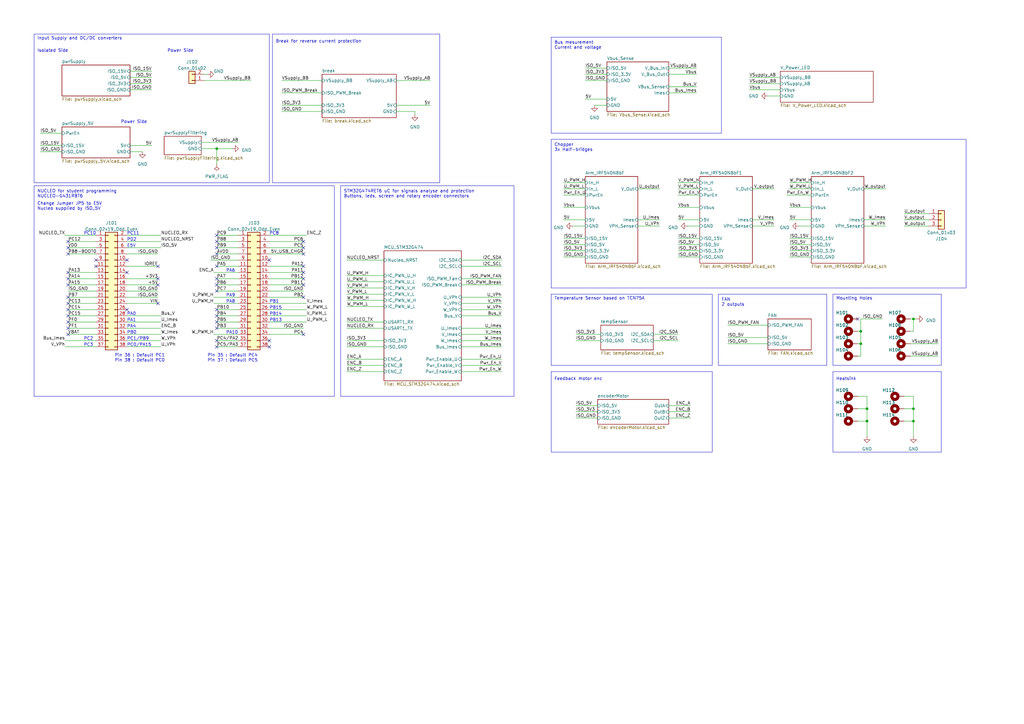
<source format=kicad_sch>
(kicad_sch (version 20230121) (generator eeschema)
  (paper "A3")
  (title_block (title "AAP Inverter") (date "2023-05-01") (company "ENSEA"))
  (lib_symbols
    (symbol "Connector_Generic:Conn_01x02" (pin_names (offset 1.016) hide)
      (property "Reference" "J" (at 0 2.54 0))
      (property "Value" "Conn_01x02" (at 0 -5.08 0))
      (symbol "Conn_01x02_1_1"
        (rectangle (start -1.27 -2.413) (end 0 -2.667) (stroke (width 0.1524)))
        (rectangle (start -1.27 0.127) (end 0 -0.127) (stroke (width 0.1524)))
        (rectangle (start -1.27 1.27) (end 1.27 -3.81) (stroke (width 0.254)) (fill (type background)))
        (pin passive line (at -5.08 0 0) (length 3.81) (name "Pin_1") (number "1"))
        (pin passive line (at -5.08 -2.54 0) (length 3.81) (name "Pin_2") (number "2"))
      )
    )
    (symbol "Connector_Generic:Conn_01x03" (pin_names (offset 1.016) hide)
      (property "Reference" "J" (at 0 5.08 0))
      (property "Value" "Conn_01x03" (at 0 -5.08 0))
      (symbol "Conn_01x03_1_1"
        (rectangle (start -1.27 -2.413) (end 0 -2.667) (stroke (width 0.1524)))
        (rectangle (start -1.27 0.127) (end 0 -0.127) (stroke (width 0.1524)))
        (rectangle (start -1.27 2.667) (end 0 2.413) (stroke (width 0.1524)))
        (rectangle (start -1.27 3.81) (end 1.27 -3.81) (stroke (width 0.254)) (fill (type background)))
        (pin passive line (at -5.08 2.54 0) (length 3.81) (name "Pin_1") (number "1"))
        (pin passive line (at -5.08 0 0) (length 3.81) (name "Pin_2") (number "2"))
        (pin passive line (at -5.08 -2.54 0) (length 3.81) (name "Pin_3") (number "3"))
      )
    )
    (symbol "Connector_Generic:Conn_02x19_Odd_Even" (pin_names (offset 1.016) hide)
      (property "Reference" "J" (at 1.27 25.4 0))
      (property "Value" "Conn_02x19_Odd_Even" (at 1.27 -25.4 0))
      (symbol "Conn_02x19_Odd_Even_1_1"
        (rectangle (start -1.27 -22.733) (end 0 -22.987) (stroke (width 0.1524)))
        (rectangle (start -1.27 -20.193) (end 0 -20.447) (stroke (width 0.1524)))
        (rectangle (start -1.27 -17.653) (end 0 -17.907) (stroke (width 0.1524)))
        (rectangle (start -1.27 -15.113) (end 0 -15.367) (stroke (width 0.1524)))
        (rectangle (start -1.27 -12.573) (end 0 -12.827) (stroke (width 0.1524)))
        (rectangle (start -1.27 -10.033) (end 0 -10.287) (stroke (width 0.1524)))
        (rectangle (start -1.27 -7.493) (end 0 -7.747) (stroke (width 0.1524)))
        (rectangle (start -1.27 -4.953) (end 0 -5.207) (stroke (width 0.1524)))
        (rectangle (start -1.27 -2.413) (end 0 -2.667) (stroke (width 0.1524)))
        (rectangle (start -1.27 0.127) (end 0 -0.127) (stroke (width 0.1524)))
        (rectangle (start -1.27 2.667) (end 0 2.413) (stroke (width 0.1524)))
        (rectangle (start -1.27 5.207) (end 0 4.953) (stroke (width 0.1524)))
        (rectangle (start -1.27 7.747) (end 0 7.493) (stroke (width 0.1524)))
        (rectangle (start -1.27 10.287) (end 0 10.033) (stroke (width 0.1524)))
        (rectangle (start -1.27 12.827) (end 0 12.573) (stroke (width 0.1524)))
        (rectangle (start -1.27 15.367) (end 0 15.113) (stroke (width 0.1524)))
        (rectangle (start -1.27 17.907) (end 0 17.653) (stroke (width 0.1524)))
        (rectangle (start -1.27 20.447) (end 0 20.193) (stroke (width 0.1524)))
        (rectangle (start -1.27 22.987) (end 0 22.733) (stroke (width 0.1524)))
        (rectangle (start -1.27 24.13) (end 3.81 -24.13) (stroke (width 0.254)) (fill (type background)))
        (rectangle (start 3.81 -22.733) (end 2.54 -22.987) (stroke (width 0.1524)))
        (rectangle (start 3.81 -20.193) (end 2.54 -20.447) (stroke (width 0.1524)))
        (rectangle (start 3.81 -17.653) (end 2.54 -17.907) (stroke (width 0.1524)))
        (rectangle (start 3.81 -15.113) (end 2.54 -15.367) (stroke (width 0.1524)))
        (rectangle (start 3.81 -12.573) (end 2.54 -12.827) (stroke (width 0.1524)))
        (rectangle (start 3.81 -10.033) (end 2.54 -10.287) (stroke (width 0.1524)))
        (rectangle (start 3.81 -7.493) (end 2.54 -7.747) (stroke (width 0.1524)))
        (rectangle (start 3.81 -4.953) (end 2.54 -5.207) (stroke (width 0.1524)))
        (rectangle (start 3.81 -2.413) (end 2.54 -2.667) (stroke (width 0.1524)))
        (rectangle (start 3.81 0.127) (end 2.54 -0.127) (stroke (width 0.1524)))
        (rectangle (start 3.81 2.667) (end 2.54 2.413) (stroke (width 0.1524)))
        (rectangle (start 3.81 5.207) (end 2.54 4.953) (stroke (width 0.1524)))
        (rectangle (start 3.81 7.747) (end 2.54 7.493) (stroke (width 0.1524)))
        (rectangle (start 3.81 10.287) (end 2.54 10.033) (stroke (width 0.1524)))
        (rectangle (start 3.81 12.827) (end 2.54 12.573) (stroke (width 0.1524)))
        (rectangle (start 3.81 15.367) (end 2.54 15.113) (stroke (width 0.1524)))
        (rectangle (start 3.81 17.907) (end 2.54 17.653) (stroke (width 0.1524)))
        (rectangle (start 3.81 20.447) (end 2.54 20.193) (stroke (width 0.1524)))
        (rectangle (start 3.81 22.987) (end 2.54 22.733) (stroke (width 0.1524)))
        (pin passive line (at -5.08 22.86 0) (length 3.81) (name "Pin_1") (number "1"))
        (pin passive line (at 7.62 12.7 180) (length 3.81) (name "Pin_10") (number "10"))
        (pin passive line (at -5.08 10.16 0) (length 3.81) (name "Pin_11") (number "11"))
        (pin passive line (at 7.62 10.16 180) (length 3.81) (name "Pin_12") (number "12"))
        (pin passive line (at -5.08 7.62 0) (length 3.81) (name "Pin_13") (number "13"))
        (pin passive line (at 7.62 7.62 180) (length 3.81) (name "Pin_14") (number "14"))
        (pin passive line (at -5.08 5.08 0) (length 3.81) (name "Pin_15") (number "15"))
        (pin passive line (at 7.62 5.08 180) (length 3.81) (name "Pin_16") (number "16"))
        (pin passive line (at -5.08 2.54 0) (length 3.81) (name "Pin_17") (number "17"))
        (pin passive line (at 7.62 2.54 180) (length 3.81) (name "Pin_18") (number "18"))
        (pin passive line (at -5.08 0 0) (length 3.81) (name "Pin_19") (number "19"))
        (pin passive line (at 7.62 22.86 180) (length 3.81) (name "Pin_2") (number "2"))
        (pin passive line (at 7.62 0 180) (length 3.81) (name "Pin_20") (number "20"))
        (pin passive line (at -5.08 -2.54 0) (length 3.81) (name "Pin_21") (number "21"))
        (pin passive line (at 7.62 -2.54 180) (length 3.81) (name "Pin_22") (number "22"))
        (pin passive line (at -5.08 -5.08 0) (length 3.81) (name "Pin_23") (number "23"))
        (pin passive line (at 7.62 -5.08 180) (length 3.81) (name "Pin_24") (number "24"))
        (pin passive line (at -5.08 -7.62 0) (length 3.81) (name "Pin_25") (number "25"))
        (pin passive line (at 7.62 -7.62 180) (length 3.81) (name "Pin_26") (number "26"))
        (pin passive line (at -5.08 -10.16 0) (length 3.81) (name "Pin_27") (number "27"))
        (pin passive line (at 7.62 -10.16 180) (length 3.81) (name "Pin_28") (number "28"))
        (pin passive line (at -5.08 -12.7 0) (length 3.81) (name "Pin_29") (number "29"))
        (pin passive line (at -5.08 20.32 0) (length 3.81) (name "Pin_3") (number "3"))
        (pin passive line (at 7.62 -12.7 180) (length 3.81) (name "Pin_30") (number "30"))
        (pin passive line (at -5.08 -15.24 0) (length 3.81) (name "Pin_31") (number "31"))
        (pin passive line (at 7.62 -15.24 180) (length 3.81) (name "Pin_32") (number "32"))
        (pin passive line (at -5.08 -17.78 0) (length 3.81) (name "Pin_33") (number "33"))
        (pin passive line (at 7.62 -17.78 180) (length 3.81) (name "Pin_34") (number "34"))
        (pin passive line (at -5.08 -20.32 0) (length 3.81) (name "Pin_35") (number "35"))
        (pin passive line (at 7.62 -20.32 180) (length 3.81) (name "Pin_36") (number "36"))
        (pin passive line (at -5.08 -22.86 0) (length 3.81) (name "Pin_37") (number "37"))
        (pin passive line (at 7.62 -22.86 180) (length 3.81) (name "Pin_38") (number "38"))
        (pin passive line (at 7.62 20.32 180) (length 3.81) (name "Pin_4") (number "4"))
        (pin passive line (at -5.08 17.78 0) (length 3.81) (name "Pin_5") (number "5"))
        (pin passive line (at 7.62 17.78 180) (length 3.81) (name "Pin_6") (number "6"))
        (pin passive line (at -5.08 15.24 0) (length 3.81) (name "Pin_7") (number "7"))
        (pin passive line (at 7.62 15.24 180) (length 3.81) (name "Pin_8") (number "8"))
        (pin passive line (at -5.08 12.7 0) (length 3.81) (name "Pin_9") (number "9"))
      )
    )
    (symbol "Mechanical:MountingHole_Pad" (pin_numbers hide) (pin_names (offset 1.016) hide)
      (property "Reference" "H" (at 0 6.35 0))
      (property "Value" "MountingHole_Pad" (at 0 4.445 0))
      (symbol "MountingHole_Pad_0_1"
        (circle (center 0 1.27) (radius 1.27) (stroke (width 1.27)))
      )
      (symbol "MountingHole_Pad_1_1"
        (pin input line (at 0 -2.54 90) (length 2.54) (name "1") (number "1"))
      )
    )
    (symbol "power:GND" (power) (pin_names (offset 0))
      (property "Value" "GND" (at 0 -3.81 0))
      (symbol "GND_0_1"
        (polyline (pts (xy 0 0) (xy 0 -1.27) (xy 1.27 -1.27) (xy 0 -2.54) (xy -1.27 -1.27) (xy 0 -1.27)))
      )
      (symbol "GND_1_1"
        (pin power_in line (at 0 0 270) (length 0) hide (name "GND") (number "1"))
      )
    )
    (symbol "power:PWR_FLAG" (power) (pin_numbers hide) (pin_names (offset 0) hide)
      (property "Value" "PWR_FLAG" (at 0 3.81 0))
      (symbol "PWR_FLAG_0_0"
        (pin power_out line (at 0 0 90) (length 0) (name "pwr") (number "1"))
      )
      (symbol "PWR_FLAG_0_1"
        (polyline (pts (xy 0 0) (xy 0 1.27) (xy -1.016 1.905) (xy 0 2.54) (xy 1.016 1.905) (xy 0 1.27)))
      )
    )
  )
  (junction (at 374.65 167.64))
  (junction (at 374.65 130.81))
  (junction (at 374.65 172.72))
  (junction (at 355.6 172.72))
  (junction (at 353.06 140.97))
  (junction (at 355.6 167.64))
  (junction (at 353.06 135.89))
  (junction (at 88.9 60.96))
  (no_connect (at 27.94 104.14))
  (no_connect (at 52.07 127))
  (no_connect (at 124.46 99.06))
  (no_connect (at 124.46 114.3))
  (no_connect (at 88.9 134.62))
  (no_connect (at 351.79 130.81))
  (no_connect (at 88.9 96.52))
  (no_connect (at 88.9 132.08))
  (no_connect (at 110.49 142.24))
  (no_connect (at 88.9 129.54))
  (no_connect (at 124.46 109.22))
  (no_connect (at 64.77 124.46))
  (no_connect (at 39.37 106.68))
  (no_connect (at 64.77 109.22))
  (no_connect (at 124.46 101.6))
  (no_connect (at 124.46 121.92))
  (no_connect (at 88.9 104.14))
  (no_connect (at 52.07 111.76))
  (no_connect (at 39.37 109.22))
  (no_connect (at 27.94 124.46))
  (no_connect (at 124.46 116.84))
  (no_connect (at 64.77 114.3))
  (no_connect (at 124.46 111.76))
  (no_connect (at 88.9 139.7))
  (no_connect (at 88.9 114.3))
  (no_connect (at 27.94 132.08))
  (no_connect (at 27.94 99.06))
  (no_connect (at 27.94 101.6))
  (no_connect (at 110.49 106.68))
  (no_connect (at 88.9 99.06))
  (no_connect (at 88.9 101.6))
  (no_connect (at 27.94 134.62))
  (no_connect (at 27.94 137.16))
  (no_connect (at 27.94 127))
  (no_connect (at 27.94 129.54))
  (no_connect (at 88.9 116.84))
  (no_connect (at 88.9 127))
  (no_connect (at 124.46 104.14))
  (no_connect (at 88.9 109.22))
  (no_connect (at 52.07 106.68))
  (no_connect (at 110.49 139.7))
  (no_connect (at 27.94 116.84))
  (no_connect (at 64.77 116.84))
  (no_connect (at 27.94 114.3))
  (no_connect (at 88.9 142.24))
  (no_connect (at 124.46 137.16))
  (no_connect (at 27.94 121.92))
  (no_connect (at 88.9 119.38))
  (no_connect (at 27.94 111.76))
  (wire (pts (xy 110.49 104.14) (xy 124.46 104.14)))
  (wire (pts (xy 236.22 139.7) (xy 246.38 139.7)))
  (wire (pts (xy 88.9 134.62) (xy 97.79 134.62)))
  (wire (pts (xy 110.49 119.38) (xy 124.46 119.38)))
  (wire (pts (xy 110.49 124.46) (xy 125.73 124.46)))
  (wire (pts (xy 267.97 137.16) (xy 278.13 137.16)))
  (wire (pts (xy 278.13 105.41) (xy 287.02 105.41)))
  (wire (pts (xy 110.49 121.92) (xy 124.46 121.92)))
  (wire (pts (xy 52.07 121.92) (xy 64.77 121.92)))
  (wire (pts (xy 298.45 138.43) (xy 314.96 138.43)))
  (wire (pts (xy 83.82 33.02) (xy 102.87 33.02)))
  (wire (pts (xy 189.23 116.84) (xy 205.74 116.84)))
  (wire (pts (xy 87.63 124.46) (xy 97.79 124.46)))
  (wire (pts (xy 278.13 100.33) (xy 287.02 100.33)))
  (wire (pts (xy 39.37 129.54) (xy 27.94 129.54)))
  (wire (pts (xy 39.37 127) (xy 27.94 127)))
  (wire (pts (xy 189.23 114.3) (xy 205.74 114.3)))
  (wire (pts (xy 374.65 162.56) (xy 370.84 162.56)))
  (wire (pts (xy 351.79 167.64) (xy 355.6 167.64)))
  (wire (pts (xy 307.34 34.29) (xy 320.04 34.29)))
  (wire (pts (xy 298.45 140.97) (xy 314.96 140.97)))
  (wire (pts (xy 110.49 101.6) (xy 124.46 101.6)))
  (wire (pts (xy 231.14 105.41) (xy 240.03 105.41)))
  (wire (pts (xy 278.13 74.93) (xy 287.02 74.93)))
  (wire (pts (xy 110.49 132.08) (xy 125.73 132.08)))
  (wire (pts (xy 314.96 39.37) (xy 320.04 39.37)))
  (wire (pts (xy 351.79 140.97) (xy 353.06 140.97)))
  (wire (pts (xy 52.07 137.16) (xy 66.04 137.16)))
  (wire (pts (xy 142.24 132.08) (xy 157.48 132.08)))
  (wire (pts (xy 384.81 140.97) (xy 373.38 140.97)))
  (wire (pts (xy 189.23 149.86) (xy 205.74 149.86)))
  (wire (pts (xy 236.22 137.16) (xy 246.38 137.16)))
  (wire (pts (xy 323.85 102.87) (xy 332.74 102.87)))
  (wire (pts (xy 142.24 152.4) (xy 157.48 152.4)))
  (wire (pts (xy 351.79 135.89) (xy 353.06 135.89)))
  (wire (pts (xy 52.07 116.84) (xy 64.77 116.84)))
  (wire (pts (xy 248.92 33.02) (xy 240.03 33.02)))
  (wire (pts (xy 231.14 100.33) (xy 240.03 100.33)))
  (wire (pts (xy 88.9 119.38) (xy 97.79 119.38)))
  (wire (pts (xy 248.92 27.94) (xy 240.03 27.94)))
  (wire (pts (xy 88.9 104.14) (xy 97.79 104.14)))
  (wire (pts (xy 82.55 58.42) (xy 97.79 58.42)))
  (wire (pts (xy 248.92 43.18) (xy 243.84 43.18)))
  (wire (pts (xy 370.84 167.64) (xy 374.65 167.64)))
  (wire (pts (xy 39.37 99.06) (xy 27.94 99.06)))
  (wire (pts (xy 236.22 166.37) (xy 245.11 166.37)))
  (wire (pts (xy 236.22 168.91) (xy 245.11 168.91)))
  (wire (pts (xy 88.9 116.84) (xy 97.79 116.84)))
  (wire (pts (xy 374.65 130.81) (xy 375.92 130.81)))
  (wire (pts (xy 278.13 90.17) (xy 287.02 90.17)))
  (wire (pts (xy 370.84 90.17) (xy 381 90.17)))
  (wire (pts (xy 176.53 33.02) (xy 162.56 33.02)))
  (wire (pts (xy 240.03 30.48) (xy 248.92 30.48)))
  (wire (pts (xy 231.14 85.09) (xy 240.03 85.09)))
  (wire (pts (xy 142.24 113.03) (xy 157.48 113.03)))
  (wire (pts (xy 308.61 77.47) (xy 317.5 77.47)))
  (wire (pts (xy 278.13 102.87) (xy 287.02 102.87)))
  (wire (pts (xy 274.32 171.45) (xy 283.21 171.45)))
  (wire (pts (xy 323.85 100.33) (xy 332.74 100.33)))
  (wire (pts (xy 52.07 114.3) (xy 64.77 114.3)))
  (wire (pts (xy 248.92 40.64) (xy 240.03 40.64)))
  (wire (pts (xy 142.24 147.32) (xy 157.48 147.32)))
  (wire (pts (xy 26.67 139.7) (xy 39.37 139.7)))
  (wire (pts (xy 189.23 129.54) (xy 205.74 129.54)))
  (wire (pts (xy 110.49 116.84) (xy 124.46 116.84)))
  (wire (pts (xy 261.62 77.47) (xy 270.51 77.47)))
  (wire (pts (xy 52.07 99.06) (xy 66.04 99.06)))
  (wire (pts (xy 115.57 43.18) (xy 132.08 43.18)))
  (wire (pts (xy 274.32 166.37) (xy 283.21 166.37)))
  (wire (pts (xy 110.49 109.22) (xy 124.46 109.22)))
  (wire (pts (xy 274.32 30.48) (xy 285.75 30.48)))
  (wire (pts (xy 308.61 90.17) (xy 317.5 90.17)))
  (wire (pts (xy 88.9 132.08) (xy 97.79 132.08)))
  (wire (pts (xy 27.94 114.3) (xy 39.37 114.3)))
  (wire (pts (xy 323.85 85.09) (xy 332.74 85.09)))
  (wire (pts (xy 307.34 36.83) (xy 320.04 36.83)))
  (wire (pts (xy 142.24 125.73) (xy 157.48 125.73)))
  (wire (pts (xy 86.36 106.68) (xy 97.79 106.68)))
  (wire (pts (xy 16.51 62.23) (xy 25.4 62.23)))
  (wire (pts (xy 88.9 129.54) (xy 97.79 129.54)))
  (wire (pts (xy 110.49 134.62) (xy 124.46 134.62)))
  (wire (pts (xy 323.85 74.93) (xy 332.74 74.93)))
  (wire (pts (xy 52.07 104.14) (xy 64.77 104.14)))
  (wire (pts (xy 323.85 77.47) (xy 332.74 77.47)))
  (wire (pts (xy 110.49 114.3) (xy 124.46 114.3)))
  (wire (pts (xy 274.32 38.1) (xy 285.75 38.1)))
  (wire (pts (xy 142.24 123.19) (xy 157.48 123.19)))
  (wire (pts (xy 236.22 171.45) (xy 245.11 171.45)))
  (wire (pts (xy 274.32 27.94) (xy 285.75 27.94)))
  (wire (pts (xy 322.58 80.01) (xy 332.74 80.01)))
  (wire (pts (xy 231.14 74.93) (xy 240.03 74.93)))
  (wire (pts (xy 354.33 77.47) (xy 363.22 77.47)))
  (wire (pts (xy 189.23 137.16) (xy 205.74 137.16)))
  (wire (pts (xy 231.14 90.17) (xy 240.03 90.17)))
  (wire (pts (xy 234.95 92.71) (xy 240.03 92.71)))
  (wire (pts (xy 384.81 146.05) (xy 373.38 146.05)))
  (wire (pts (xy 52.07 134.62) (xy 66.04 134.62)))
  (wire (pts (xy 353.06 130.81) (xy 361.95 130.81)))
  (wire (pts (xy 374.65 172.72) (xy 374.65 167.64)))
  (wire (pts (xy 39.37 116.84) (xy 27.94 116.84)))
  (wire (pts (xy 323.85 97.79) (xy 332.74 97.79)))
  (wire (pts (xy 231.14 77.47) (xy 240.03 77.47)))
  (wire (pts (xy 170.18 45.72) (xy 170.18 46.99)))
  (wire (pts (xy 39.37 101.6) (xy 27.94 101.6)))
  (wire (pts (xy 88.9 60.96) (xy 95.25 60.96)))
  (wire (pts (xy 370.84 92.71) (xy 381 92.71)))
  (wire (pts (xy 87.63 111.76) (xy 97.79 111.76)))
  (wire (pts (xy 189.23 106.68) (xy 205.74 106.68)))
  (wire (pts (xy 261.62 90.17) (xy 270.51 90.17)))
  (wire (pts (xy 274.32 168.91) (xy 283.21 168.91)))
  (wire (pts (xy 308.61 92.71) (xy 317.5 92.71)))
  (wire (pts (xy 88.9 127) (xy 97.79 127)))
  (wire (pts (xy 278.13 85.09) (xy 287.02 85.09)))
  (wire (pts (xy 162.56 45.72) (xy 170.18 45.72)))
  (wire (pts (xy 88.9 142.24) (xy 97.79 142.24)))
  (wire (pts (xy 110.49 99.06) (xy 124.46 99.06)))
  (wire (pts (xy 323.85 105.41) (xy 332.74 105.41)))
  (wire (pts (xy 278.13 80.01) (xy 287.02 80.01)))
  (wire (pts (xy 189.23 152.4) (xy 205.74 152.4)))
  (wire (pts (xy 323.85 90.17) (xy 332.74 90.17)))
  (wire (pts (xy 189.23 134.62) (xy 205.74 134.62)))
  (wire (pts (xy 162.56 43.18) (xy 176.53 43.18)))
  (wire (pts (xy 52.07 132.08) (xy 66.04 132.08)))
  (wire (pts (xy 374.65 179.07) (xy 374.65 172.72)))
  (wire (pts (xy 87.63 137.16) (xy 97.79 137.16)))
  (wire (pts (xy 261.62 92.71) (xy 270.51 92.71)))
  (wire (pts (xy 189.23 121.92) (xy 205.74 121.92)))
  (wire (pts (xy 189.23 124.46) (xy 205.74 124.46)))
  (wire (pts (xy 52.07 142.24) (xy 66.04 142.24)))
  (wire (pts (xy 267.97 139.7) (xy 278.13 139.7)))
  (wire (pts (xy 39.37 119.38) (xy 27.94 119.38)))
  (wire (pts (xy 88.9 96.52) (xy 97.79 96.52)))
  (wire (pts (xy 110.49 127) (xy 125.73 127)))
  (wire (pts (xy 307.34 31.75) (xy 320.04 31.75)))
  (wire (pts (xy 373.38 135.89) (xy 374.65 135.89)))
  (wire (pts (xy 142.24 134.62) (xy 157.48 134.62)))
  (wire (pts (xy 370.84 172.72) (xy 374.65 172.72)))
  (wire (pts (xy 353.06 130.81) (xy 353.06 135.89)))
  (wire (pts (xy 355.6 172.72) (xy 355.6 167.64)))
  (wire (pts (xy 26.67 142.24) (xy 39.37 142.24)))
  (wire (pts (xy 355.6 179.07) (xy 355.6 172.72)))
  (wire (pts (xy 53.34 62.23) (xy 58.42 62.23)))
  (wire (pts (xy 189.23 142.24) (xy 205.74 142.24)))
  (wire (pts (xy 278.13 77.47) (xy 287.02 77.47)))
  (wire (pts (xy 354.33 90.17) (xy 363.22 90.17)))
  (wire (pts (xy 39.37 132.08) (xy 27.94 132.08)))
  (wire (pts (xy 142.24 106.68) (xy 157.48 106.68)))
  (wire (pts (xy 88.9 67.31) (xy 88.9 60.96)))
  (wire (pts (xy 189.23 127) (xy 205.74 127)))
  (wire (pts (xy 281.94 92.71) (xy 287.02 92.71)))
  (wire (pts (xy 16.51 59.69) (xy 25.4 59.69)))
  (wire (pts (xy 52.07 129.54) (xy 66.04 129.54)))
  (wire (pts (xy 110.49 129.54) (xy 125.73 129.54)))
  (wire (pts (xy 142.24 149.86) (xy 157.48 149.86)))
  (wire (pts (xy 52.07 101.6) (xy 66.04 101.6)))
  (wire (pts (xy 373.38 130.81) (xy 374.65 130.81)))
  (wire (pts (xy 39.37 111.76) (xy 27.94 111.76)))
  (wire (pts (xy 274.32 35.56) (xy 285.75 35.56)))
  (wire (pts (xy 39.37 121.92) (xy 27.94 121.92)))
  (wire (pts (xy 115.57 38.1) (xy 132.08 38.1)))
  (wire (pts (xy 189.23 109.22) (xy 205.74 109.22)))
  (wire (pts (xy 231.14 80.01) (xy 240.03 80.01)))
  (wire (pts (xy 88.9 101.6) (xy 97.79 101.6)))
  (wire (pts (xy 374.65 167.64) (xy 374.65 162.56)))
  (wire (pts (xy 52.07 119.38) (xy 64.77 119.38)))
  (wire (pts (xy 142.24 115.57) (xy 157.48 115.57)))
  (wire (pts (xy 52.07 109.22) (xy 64.77 109.22)))
  (wire (pts (xy 115.57 33.02) (xy 132.08 33.02)))
  (wire (pts (xy 110.49 96.52) (xy 125.73 96.52)))
  (wire (pts (xy 355.6 167.64) (xy 355.6 162.56)))
  (wire (pts (xy 298.45 133.35) (xy 314.96 133.35)))
  (wire (pts (xy 231.14 102.87) (xy 240.03 102.87)))
  (wire (pts (xy 142.24 139.7) (xy 157.48 139.7)))
  (wire (pts (xy 88.9 109.22) (xy 97.79 109.22)))
  (wire (pts (xy 39.37 124.46) (xy 27.94 124.46)))
  (wire (pts (xy 53.34 34.29) (xy 62.23 34.29)))
  (wire (pts (xy 27.94 104.14) (xy 39.37 104.14)))
  (wire (pts (xy 39.37 137.16) (xy 27.94 137.16)))
  (wire (pts (xy 53.34 36.83) (xy 62.23 36.83)))
  (wire (pts (xy 16.51 54.61) (xy 25.4 54.61)))
  (wire (pts (xy 370.84 87.63) (xy 381 87.63)))
  (wire (pts (xy 142.24 142.24) (xy 157.48 142.24)))
  (wire (pts (xy 26.67 96.52) (xy 39.37 96.52)))
  (wire (pts (xy 231.14 97.79) (xy 240.03 97.79)))
  (wire (pts (xy 53.34 59.69) (xy 62.23 59.69)))
  (wire (pts (xy 142.24 118.11) (xy 157.48 118.11)))
  (wire (pts (xy 52.07 124.46) (xy 64.77 124.46)))
  (wire (pts (xy 88.9 114.3) (xy 97.79 114.3)))
  (wire (pts (xy 189.23 147.32) (xy 205.74 147.32)))
  (wire (pts (xy 87.63 121.92) (xy 97.79 121.92)))
  (wire (pts (xy 115.57 45.72) (xy 132.08 45.72)))
  (wire (pts (xy 110.49 137.16) (xy 124.46 137.16)))
  (wire (pts (xy 278.13 97.79) (xy 287.02 97.79)))
  (wire (pts (xy 52.07 139.7) (xy 66.04 139.7)))
  (wire (pts (xy 353.06 140.97) (xy 353.06 146.05)))
  (wire (pts (xy 110.49 111.76) (xy 124.46 111.76)))
  (wire (pts (xy 88.9 139.7) (xy 97.79 139.7)))
  (wire (pts (xy 374.65 130.81) (xy 374.65 135.89)))
  (wire (pts (xy 39.37 134.62) (xy 27.94 134.62)))
  (wire (pts (xy 351.79 172.72) (xy 355.6 172.72)))
  (wire (pts (xy 53.34 29.21) (xy 62.23 29.21)))
  (wire (pts (xy 351.79 146.05) (xy 353.06 146.05)))
  (wire (pts (xy 355.6 162.56) (xy 351.79 162.56)))
  (wire (pts (xy 353.06 135.89) (xy 353.06 140.97)))
  (wire (pts (xy 88.9 99.06) (xy 97.79 99.06)))
  (wire (pts (xy 189.23 139.7) (xy 205.74 139.7)))
  (wire (pts (xy 327.66 92.71) (xy 332.74 92.71)))
  (wire (pts (xy 53.34 31.75) (xy 62.23 31.75)))
  (wire (pts (xy 354.33 92.71) (xy 363.22 92.71)))
  (wire (pts (xy 142.24 120.65) (xy 157.48 120.65)))
  (wire (pts (xy 83.82 30.48) (xy 85.09 30.48)))
  (wire (pts (xy 52.07 96.52) (xy 66.04 96.52)))
  (wire (pts (xy 82.55 60.96) (xy 88.9 60.96)))
  (rectangle (start 226.06 57.15) (end 396.24 118.11))
  (rectangle (start 13.97 13.97) (end 110.49 74.93))
  (rectangle (start 226.06 15.24) (end 295.91 54.61))
  (rectangle (start 139.7 76.2) (end 210.82 162.56))
  (rectangle (start 341.63 120.65) (end 386.08 149.86))
  (rectangle (start 294.64 120.65) (end 339.09 149.86))
  (rectangle (start 13.97 76.2) (end 137.16 162.56))
  (rectangle (start 226.06 152.4) (end 292.1 185.42))
  (rectangle (start 341.63 152.4) (end 386.08 185.42))
  (rectangle (start 226.06 120.65) (end 292.1 149.86))
  (rectangle (start 111.76 13.97) (end 180.34 74.93))
  (text "PB14" (at 110.49 129.54 0) (effects (font (size 1.27 1.27)) (justify left bottom)))
  (text "PC10" (at 34.29 96.52 0) (effects (font (size 1.27 1.27)) (justify left bottom)))
  (text "Input Supply and DC/DC converters" (at 15.24 16.51 0) (effects (font (size 1.27 1.27)) (justify left bottom)))
  (text "Temperature Sensor based on TCN75A" (at 227.33 123.19 0) (effects (font (size 1.27 1.27)) (justify left bottom)))
  (text "PC3" (at 34.29 142.24 0) (effects (font (size 1.27 1.27)) (justify left bottom)))
  (text "PA8" (at 92.71 124.46 0) (effects (font (size 1.27 1.27)) (justify left bottom)))
  (text "Mounting Holes" (at 342.9 123.19 0) (effects (font (size 1.27 1.27)) (justify left bottom)))
  (text "PA4" (at 52.07 134.62 0) (effects (font (size 1.27 1.27)) (justify left bottom)))
  (text "NUCLEO for student programming\nNUCLEO-G431RBT6" (at 15.24 81.28 0) (effects (font (size 1.27 1.27)) (justify left bottom)))
  (text "Pin 35 : Default PC4\nPin 37 : Default PC5" (at 85.09 148.59 0) (effects (font (size 1.27 1.27)) (justify left bottom)))
  (text "PA10" (at 92.71 137.16 0) (effects (font (size 1.27 1.27)) (justify left bottom)))
  (text "STM32G474RET6 uC for signals analyse and protection\nButtons, leds, screen and rotary encoder connectors" (at 140.97 81.28 0) (effects (font (size 1.27 1.27)) (justify left bottom)))
  (text "Heatsink" (at 342.9 156.21 0) (effects (font (size 1.27 1.27)) (justify left bottom)))
  (text "Break for reverse current protection" (at 113.03 17.78 0) (effects (font (size 1.27 1.27)) (justify left bottom)))
  (text "PB13\n" (at 110.49 132.08 0) (effects (font (size 1.27 1.27)) (justify left bottom)))
  (text "Chopper \n3x Half-bridges" (at 227.33 62.23 0) (effects (font (size 1.27 1.27)) (justify left bottom)))
  (text "PA0" (at 52.07 129.54 0) (effects (font (size 1.27 1.27)) (justify left bottom)))
  (text "PC0/PA15" (at 52.07 142.24 0) (effects (font (size 1.27 1.27)) (justify left bottom)))
  (text "PD2" (at 52.07 99.06 0) (effects (font (size 1.27 1.27)) (justify left bottom)))
  (text "E5V" (at 52.07 101.6 0) (effects (font (size 1.27 1.27)) (justify left bottom)))
  (text "PB0" (at 52.07 137.16 0) (effects (font (size 1.27 1.27)) (justify left bottom)))
  (text "PA9" (at 92.71 121.92 0) (effects (font (size 1.27 1.27)) (justify left bottom)))
  (text "Power Side\n" (at 49.53 50.8 0) (effects (font (size 1.27 1.27)) (justify left bottom)))
  (text "Feedback motor enc" (at 227.33 156.21 0) (effects (font (size 1.27 1.27)) (justify left bottom)))
  (text "Isolated Side\n" (at 15.24 21.59 0) (effects (font (size 1.27 1.27)) (justify left bottom)))
  (text "PA6" (at 92.71 111.76 0) (effects (font (size 1.27 1.27)) (justify left bottom)))
  (text "Power Side\n" (at 68.58 21.59 0) (effects (font (size 1.27 1.27)) (justify left bottom)))
  (text "PC11" (at 52.07 96.52 0) (effects (font (size 1.27 1.27)) (justify left bottom)))
  (text "FAN \n2 outputs" (at 295.91 125.73 0) (effects (font (size 1.27 1.27)) (justify left bottom)))
  (text "PA1" (at 52.07 132.08 0) (effects (font (size 1.27 1.27)) (justify left bottom)))
  (text "Pin 36 : Default PC1\nPin 38 : Default PC0" (at 46.99 148.59 0) (effects (font (size 1.27 1.27)) (justify left bottom)))
  (text "PC1/PB9" (at 52.07 139.7 0) (effects (font (size 1.27 1.27)) (justify left bottom)))
  (text "PC8" (at 110.49 96.52 0) (effects (font (size 1.27 1.27)) (justify left bottom)))
  (text "PB1" (at 110.49 124.46 0) (effects (font (size 1.27 1.27)) (justify left bottom)))
  (text "PC2" (at 34.29 139.7 0) (effects (font (size 1.27 1.27)) (justify left bottom)))
  (text "Bus mesurement\nCurrent and voltage" (at 227.33 20.32 0) (effects (font (size 1.27 1.27)) (justify left bottom)))
  (text "PB15" (at 110.49 127 0) (effects (font (size 1.27 1.27)) (justify left bottom)))
  (text "Change Jumper JP5 to E5V\nNucleo supplied by ISO_5V" (at 15.24 86.36 0) (effects (font (size 1.27 1.27)) (justify left bottom)))
  (label "VDD" (at 27.94 101.6 0))
  (label "U_PWM_H" (at 231.14 74.93 0))
  (label "IOREF" (at 64.77 109.22 180))
  (label "PB11" (at 124.46 116.84 180))
  (label "ISO_GND" (at 236.22 139.7 0))
  (label "PC12" (at 27.94 99.06 0))
  (label "Pwr_En_V" (at 278.13 80.01 0))
  (label "V_PWM_L" (at 278.13 77.47 0))
  (label "PC4{slash}PA2" (at 88.9 139.7 0))
  (label "W_PWM_L" (at 125.73 127 0))
  (label "V_PWM_L" (at 142.24 120.65 0))
  (label "Vbus" (at 231.14 85.09 0))
  (label "W_PWM_H" (at 323.85 74.93 0))
  (label "ISO_3V3" (at 142.24 139.7 0))
  (label "ENC_A" (at 283.21 166.37 180))
  (label "VSupply_AB" (at 285.75 27.94 180))
  (label "PB9" (at 88.9 101.6 0))
  (label "PB12" (at 124.46 114.3 180))
  (label "ISO_GND" (at 298.45 140.97 0))
  (label "+5V" (at 64.77 116.84 180))
  (label "ISO_5V" (at 240.03 27.94 0))
  (label "V_PWM_H" (at 87.63 121.92 180))
  (label "Bus_V" (at 285.75 35.56 180))
  (label "ISO_3V3" (at 278.13 102.87 0))
  (label "W_VPh" (at 363.22 92.71 180))
  (label "ISO_GND" (at 236.22 171.45 0))
  (label "ISO_GND" (at 64.77 104.14 180))
  (label "Bus_V" (at 205.74 129.54 180))
  (label "PA12" (at 124.46 109.22 180))
  (label "ENC_B" (at 283.21 168.91 180))
  (label "W_PWM_H" (at 142.24 123.19 0))
  (label "W_Imes" (at 205.74 139.7 180))
  (label "W_output" (at 370.84 92.71 0))
  (label "ISO_15V" (at 62.23 29.21 180))
  (label "ISO_GND" (at 64.77 121.92 180))
  (label "PA15" (at 27.94 116.84 0))
  (label "PB3" (at 88.9 134.62 0))
  (label "W_Imes" (at 363.22 90.17 180))
  (label "U_VPh" (at 205.74 121.92 180))
  (label "ENC_Z" (at 125.73 96.52 0))
  (label "Vbus" (at 323.85 85.09 0))
  (label "VIN" (at 64.77 124.46 180))
  (label "5V_USB_CHGR" (at 124.46 104.14 180))
  (label "VSupply_AB" (at 97.79 58.42 180))
  (label "ISO_5V" (at 62.23 31.75 180))
  (label "U_output" (at 270.51 77.47 180))
  (label "NUCLEO_NRST" (at 142.24 106.68 0))
  (label "ISO_3V3" (at 240.03 30.48 0))
  (label "PC15" (at 27.94 129.54 0))
  (label "ENC_B" (at 142.24 149.86 0))
  (label "Pwr_En_W" (at 322.58 80.01 0))
  (label "ISO_GND" (at 240.03 33.02 0))
  (label "W_VPh" (at 66.04 139.7 0))
  (label "ISO_3V3" (at 231.14 102.87 0))
  (label "ISO_5V" (at 16.51 54.61 0))
  (label "AVDD" (at 88.9 104.14 0))
  (label "U_output" (at 370.84 87.63 0))
  (label "U_Imes" (at 205.74 134.62 180))
  (label "W_Imes" (at 66.04 137.16 0))
  (label "VSupply_AB" (at 384.81 146.05 180))
  (label "NUCLEO_TX" (at 26.67 96.52 180))
  (label "ISO_PWM_Break" (at 205.74 116.84 180))
  (label "PC5{slash}PA3" (at 88.9 142.24 0))
  (label "PB6" (at 88.9 116.84 0))
  (label "W_output" (at 363.22 77.47 180))
  (label "NUCLEO_NRST" (at 66.04 99.06 0))
  (label "PB2" (at 124.46 121.92 180))
  (label "ENC_Z" (at 283.21 171.45 180))
  (label "PC14" (at 27.94 127 0))
  (label "U_PWM_L" (at 125.73 132.08 0))
  (label "I2C_SCL" (at 278.13 139.7 180))
  (label "+3V3" (at 64.77 114.3 180))
  (label "5V" (at 323.85 90.17 0))
  (label "V_Imes" (at 205.74 137.16 180))
  (label "VSupply_BB" (at 102.87 33.02 180))
  (label "ISO_5V" (at 323.85 100.33 0))
  (label "ISO_15V" (at 323.85 97.79 0))
  (label "U_Imes" (at 270.51 90.17 180))
  (label "ISO_PWM_FAN" (at 298.45 133.35 0))
  (label "NUCLEO_RX" (at 142.24 134.62 0))
  (label "ISO_15V" (at 231.14 97.79 0))
  (label "ISO_GND" (at 231.14 105.41 0))
  (label "V_Imes" (at 125.73 124.46 0))
  (label "I2C_SDA" (at 205.74 106.68 180))
  (label "PF1" (at 27.94 134.62 0))
  (label "5V" (at 231.14 90.17 0))
  (label "V_Imes" (at 317.5 90.17 180))
  (label "PF0" (at 27.94 132.08 0))
  (label "V_output" (at 370.84 90.17 0))
  (label "PB5" (at 88.9 132.08 0))
  (label "U_VPh" (at 270.51 92.71 180))
  (label "ISO_5V" (at 278.13 100.33 0))
  (label "PC13" (at 27.94 124.46 0))
  (label "Pwr_En_V" (at 205.74 149.86 180))
  (label "ISO_GND" (at 142.24 142.24 0))
  (label "ISO_GND" (at 62.23 36.83 180))
  (label "V_PWM_H" (at 142.24 118.11 0))
  (label "Pwr_En_U" (at 205.74 147.32 180))
  (label "Vbus" (at 307.34 36.83 0))
  (label "ISO_GND" (at 27.94 119.38 0))
  (label "PA14" (at 27.94 114.3 0))
  (label "ISO_PWM_Break" (at 115.57 38.1 0))
  (label "NUCLEO_RX" (at 66.04 96.52 0))
  (label "PA11" (at 124.46 111.76 180))
  (label "V_VPh" (at 26.67 142.24 180))
  (label "ISO_3V3" (at 115.57 43.18 0))
  (label "Vbus" (at 285.75 30.48 180))
  (label "PB8-BOOT0" (at 27.94 104.14 0))
  (label "I2C_SDA" (at 278.13 137.16 180))
  (label "PC5" (at 124.46 101.6 180))
  (label "ISO_GND" (at 115.57 45.72 0))
  (label "ISO_3V3" (at 236.22 137.16 0))
  (label "PB4" (at 88.9 129.54 0))
  (label "PC7" (at 88.9 119.38 0))
  (label "ISO_GND" (at 16.51 62.23 0))
  (label "W_VPh" (at 205.74 127 180))
  (label "5V" (at 62.23 59.69 180))
  (label "U_PWM_L" (at 231.14 77.47 0))
  (label "ISO_GND" (at 64.77 119.38 180))
  (label "ISO_PWM_FAN" (at 205.74 114.3 180))
  (label "PC6" (at 124.46 99.06 180))
  (label "ENC_A" (at 87.63 111.76 180))
  (label "ENC_Z" (at 142.24 152.4 0))
  (label "W_PWM_L" (at 142.24 125.73 0))
  (label "VSupply_BB" (at 115.57 33.02 0))
  (label "U_Imes" (at 66.04 132.08 0))
  (label "VBAT" (at 27.94 137.16 0))
  (label "Bus_Imes" (at 285.75 38.1 180))
  (label "ISO_5V" (at 231.14 100.33 0))
  (label "ISO_GND" (at 86.36 106.68 0))
  (label "ISO_GND" (at 323.85 105.41 0))
  (label "5V" (at 278.13 90.17 0))
  (label "W_PWM_L" (at 323.85 77.47 0))
  (label "PB8" (at 88.9 99.06 0))
  (label "PC9" (at 88.9 96.52 0))
  (label "ENC_B" (at 66.04 134.62 0))
  (label "U_VPh" (at 66.04 142.24 0))
  (label "5V" (at 240.03 40.64 0))
  (label "V_PWM_L" (at 125.73 129.54 0))
  (label "ISO_3V3" (at 323.85 102.87 0))
  (label "Pwr_En_W" (at 205.74 152.4 180))
  (label "ENC_A" (at 142.24 147.32 0))
  (label "Bus_Imes" (at 205.74 142.24 180))
  (label "NUCLEO_TX" (at 142.24 132.08 0))
  (label "U_PWM_H" (at 87.63 124.46 180))
  (label "PC4" (at 124.46 137.16 180))
  (label "ISO_5V" (at 298.45 138.43 0))
  (label "Bus_Imes" (at 26.67 139.7 180))
  (label "ISO_5V" (at 236.22 166.37 0))
  (label "Pwr_En_U" (at 231.14 80.01 0))
  (label "ISO_3V3" (at 236.22 168.91 0))
  (label "5V" (at 176.53 43.18 180))
  (label "U_PWM_H" (at 142.24 113.03 0))
  (label "ISO_GND" (at 278.13 105.41 0))
  (label "Vbus" (at 278.13 85.09 0))
  (label "PA5" (at 88.9 109.22 0))
  (label "I2C_SCL" (at 205.74 109.22 180))
  (label "V_output" (at 317.5 77.47 180))
  (label "V_VPh" (at 317.5 92.71 180))
  (label "PB7" (at 27.94 121.92 0))
  (label "PB10" (at 88.9 127 0))
  (label "V_VPh" (at 205.74 124.46 180))
  (label "ISO_GND" (at 124.46 134.62 180))
  (label "Bus_V" (at 66.04 129.54 0))
  (label "ISO_GND" (at 124.46 119.38 180))
  (label "VSupply_AB" (at 307.34 31.75 0))
  (label "VSupply_AB" (at 384.81 140.97 180))
  (label "ISO_5V" (at 66.04 101.6 0))
  (label "U_PWM_L" (at 142.24 115.57 0))
  (label "ISO_15V" (at 278.13 97.79 0))
  (label "W_PWM_H" (at 87.63 137.16 180))
  (label "VSupply_BB" (at 307.34 34.29 0))
  (label "PA7" (at 88.9 114.3 0))
  (label "V_PWM_H" (at 278.13 74.93 0))
  (label "PA13" (at 27.94 111.76 0))
  (label "VSupply_AB" (at 176.53 33.02 180))
  (label "ISO_15V" (at 16.51 59.69 0))
  (label "ISO_3V3" (at 62.23 34.29 180))
  (label "ISO_GND" (at 361.95 130.81 180))
  (symbol (lib_id "Connector_Generic:Conn_01x03") (at 386.08 90.17 0) (unit 1)
    (property "Reference" "J104" (at 386.08 97.9359 0))
    (property "Value" "Conn_01x03" (at 386.08 95.3959 0))
    (property "Footprint" "Custom:691311500103" (effects hide))
    (property "Datasheet" "https://www.we-online.com/components/products/datasheet/691311500103.pdf" (effects hide))
    (property "MFR" "691 311 700 103" (effects hide))
    (property "Fournisseur" "Wurth" (effects hide))
  )
  (symbol (lib_id "Mechanical:MountingHole_Pad") (at 368.3 167.64 90) (unit 1)
    (property "Reference" "H113" (at 364.49 165.1 90))
    (property "Value" "MountingHole_Pad" (effects hide))
    (property "Footprint" "MountingHole:MountingHole_3.2mm_M3_Pad_Via" (effects hide))
    (property "MFR" "-" (effects hide))
  )
  (symbol (lib_id "power:GND") (at 314.96 39.37 270) (unit 1)
    (property "Reference" "#PWR0110" (effects hide))
    (property "Value" "GND" (at 311.15 39.37 90) (effects (justify right)))
  )
  (symbol (lib_id "Mechanical:MountingHole_Pad") (at 349.25 162.56 90) (unit 1)
    (property "Reference" "H109" (at 345.44 160.02 90))
    (property "Value" "MountingHole_Pad" (effects hide))
    (property "Footprint" "MountingHole:MountingHole_3.2mm_M3_Pad_Via" (effects hide))
    (property "MFR" "-" (effects hide))
  )
  (symbol (lib_id "Mechanical:MountingHole_Pad") (at 349.25 172.72 90) (unit 1)
    (property "Reference" "H111" (at 345.44 170.18 90))
    (property "Value" "MountingHole_Pad" (effects hide))
    (property "Footprint" "MountingHole:MountingHole_3.2mm_M3_Pad_Via" (effects hide))
    (property "MFR" "-" (effects hide))
  )
  (symbol (lib_id "power:GND") (at 234.95 92.71 270) (unit 1)
    (property "Reference" "#PWR0105" (effects hide))
    (property "Value" "GND" (at 231.14 93.345 90) (effects (justify right)))
  )
  (symbol (lib_id "power:GND") (at 170.18 46.99 0) (unit 1)
    (property "Reference" "#PWR0104" (effects hide))
    (property "Value" "GND" (at 170.18 52.07 0))
  )
  (symbol (lib_id "Mechanical:MountingHole_Pad") (at 370.84 146.05 90) (unit 1)
    (property "Reference" "H106" (at 367.03 143.51 90))
    (property "Value" "MountingHole_Pad" (effects hide))
    (property "Footprint" "MountingHole:MountingHole_3.2mm_M3_Pad_Via" (effects hide))
    (property "MFR" "-" (effects hide))
  )
  (symbol (lib_id "Mechanical:MountingHole_Pad") (at 370.84 135.89 90) (unit 1)
    (property "Reference" "H108" (at 367.03 133.35 90))
    (property "Value" "MountingHole_Pad" (effects hide))
    (property "Footprint" "MountingHole:MountingHole_3.2mm_M3_Pad_Via" (effects hide))
    (property "MFR" "-" (effects hide))
  )
  (symbol (lib_id "Connector_Generic:Conn_02x19_Odd_Even") (at 102.87 119.38 0) (unit 1)
    (property "Reference" "J103" (at 104.14 91.44 0))
    (property "Value" "Conn_02x19_Odd_Even" (at 104.14 93.98 0))
    (property "Footprint" "Connector_PinHeader_2.54mm:PinHeader_2x19_P2.54mm_Vertical" (effects hide))
    (property "Fournisseur" "Farnell" (effects hide))
    (property "MFR" "SSW-119-01-T-D" (effects hide))
    (property "Ref" "2667437" (effects hide))
  )
  (symbol (lib_id "power:GND") (at 355.6 179.07 0) (unit 1)
    (property "Reference" "#PWR0111" (effects hide))
    (property "Value" "GND" (at 355.6 184.15 0))
  )
  (symbol (lib_id "power:GND") (at 243.84 43.18 0) (unit 1)
    (property "Reference" "#PWR0106" (effects hide))
    (property "Value" "GND" (at 243.84 48.26 0))
  )
  (symbol (lib_id "power:GND") (at 327.66 92.71 270) (unit 1)
    (property "Reference" "#PWR0108" (effects hide))
    (property "Value" "GND" (at 323.85 93.345 90) (effects (justify right)))
  )
  (symbol (lib_id "power:GND") (at 58.42 62.23 0) (unit 1)
    (property "Reference" "#PWR0101" (effects hide))
    (property "Value" "GND" (at 58.42 67.31 0))
  )
  (symbol (lib_id "power:PWR_FLAG") (at 88.9 67.31 180) (unit 1)
    (property "Reference" "#FLG0101" (effects hide))
    (property "Value" "PWR_FLAG" (at 88.9 72.39 0))
  )
  (symbol (lib_id "power:GND") (at 374.65 179.07 0) (unit 1)
    (property "Reference" "#PWR0112" (effects hide))
    (property "Value" "GND" (at 374.65 184.15 0))
  )
  (symbol (lib_id "Mechanical:MountingHole_Pad") (at 349.25 146.05 90) (unit 1)
    (property "Reference" "H104" (at 345.44 143.51 90))
    (property "Value" "MountingHole_Pad" (effects hide))
    (property "Footprint" "MountingHole:MountingHole_3.2mm_M3_Pad_Via" (effects hide))
    (property "MFR" "-" (effects hide))
  )
  (symbol (lib_id "power:GND") (at 95.25 60.96 90) (unit 1)
    (property "Reference" "#PWR0103" (effects hide))
    (property "Value" "GND" (at 99.06 61.595 90) (effects (justify right)))
  )
  (symbol (lib_id "Mechanical:MountingHole_Pad") (at 349.25 130.81 90) (unit 1)
    (property "Reference" "H101" (at 345.44 128.27 90))
    (property "Value" "MountingHole_Pad" (effects hide))
    (property "Footprint" "MountingHole:MountingHole_3.2mm_M3_Pad_Via" (effects hide))
    (property "MFR" "-" (effects hide))
  )
  (symbol (lib_id "Connector_Generic:Conn_02x19_Odd_Even") (at 44.45 119.38 0) (unit 1)
    (property "Reference" "J101" (at 45.72 91.44 0))
    (property "Value" "Conn_02x19_Odd_Even" (at 45.72 93.98 0))
    (property "Footprint" "Connector_PinHeader_2.54mm:PinHeader_2x19_P2.54mm_Vertical" (effects hide))
    (property "Fournisseur" "Farnell" (effects hide))
    (property "MFR" "SSW-119-01-T-D" (effects hide))
    (property "Ref" "2667437" (effects hide))
  )
  (symbol (lib_id "Mechanical:MountingHole_Pad") (at 349.25 167.64 90) (unit 1)
    (property "Reference" "H110" (at 345.44 165.1 90))
    (property "Value" "MountingHole_Pad" (effects hide))
    (property "Footprint" "MountingHole:MountingHole_3.2mm_M3_Pad_Via" (effects hide))
    (property "MFR" "-" (effects hide))
  )
  (symbol (lib_id "power:GND") (at 85.09 30.48 90) (unit 1)
    (property "Reference" "#PWR0102" (effects hide))
    (property "Value" "GND" (at 87.63 29.21 90) (effects (justify right)))
  )
  (symbol (lib_id "Mechanical:MountingHole_Pad") (at 349.25 135.89 90) (unit 1)
    (property "Reference" "H102" (at 345.44 133.35 90))
    (property "Value" "MountingHole_Pad" (effects hide))
    (property "Footprint" "MountingHole:MountingHole_3.2mm_M3_Pad_Via" (effects hide))
    (property "MFR" "-" (effects hide))
  )
  (symbol (lib_id "Mechanical:MountingHole_Pad") (at 368.3 162.56 90) (unit 1)
    (property "Reference" "H112" (at 364.49 160.02 90))
    (property "Value" "MountingHole_Pad" (effects hide))
    (property "Footprint" "MountingHole:MountingHole_3.2mm_M3_Pad_Via" (effects hide))
    (property "MFR" "-" (effects hide))
  )
  (symbol (lib_id "power:GND") (at 375.92 130.81 90) (unit 1)
    (property "Reference" "#PWR0109" (effects hide))
    (property "Value" "GND" (at 379.73 131.445 90) (effects (justify right)))
  )
  (symbol (lib_id "Connector_Generic:Conn_01x02") (at 78.74 33.02 180) (unit 1)
    (property "Reference" "J102" (at 78.74 25.4 0))
    (property "Value" "Conn_01x02" (at 78.74 27.94 0))
    (property "Footprint" "Custom:691311500102" (effects hide))
    (property "Datasheet" "https://www.we-online.com/components/products/datasheet/691311500102.pdf" (effects hide))
    (property "MFR" "691 311 700 102" (effects hide))
    (property "Fournisseur" "Wurth" (effects hide))
  )
  (symbol (lib_id "Mechanical:MountingHole_Pad") (at 368.3 172.72 90) (unit 1)
    (property "Reference" "H114" (at 364.49 170.18 90))
    (property "Value" "MountingHole_Pad" (effects hide))
    (property "Footprint" "MountingHole:MountingHole_3.2mm_M3_Pad_Via" (effects hide))
    (property "MFR" "-" (effects hide))
  )
  (symbol (lib_id "power:GND") (at 281.94 92.71 270) (unit 1)
    (property "Reference" "#PWR0107" (effects hide))
    (property "Value" "GND" (at 278.13 93.345 90) (effects (justify right)))
  )
  (symbol (lib_id "Mechanical:MountingHole_Pad") (at 370.84 140.97 90) (unit 1)
    (property "Reference" "H105" (at 367.03 138.43 90))
    (property "Value" "MountingHole_Pad" (effects hide))
    (property "Footprint" "MountingHole:MountingHole_3.2mm_M3_Pad_Via" (effects hide))
    (property "MFR" "-" (effects hide))
  )
  (symbol (lib_id "Mechanical:MountingHole_Pad") (at 370.84 130.81 90) (unit 1)
    (property "Reference" "H107" (at 367.03 128.27 90))
    (property "Value" "MountingHole_Pad" (effects hide))
    (property "Footprint" "MountingHole:MountingHole_3.2mm_M3_Pad_Via" (effects hide))
    (property "MFR" "-" (effects hide))
  )
  (symbol (lib_id "Mechanical:MountingHole_Pad") (at 349.25 140.97 90) (unit 1)
    (property "Reference" "H103" (at 345.44 138.43 90))
    (property "Value" "MountingHole_Pad" (effects hide))
    (property "Footprint" "MountingHole:MountingHole_3.2mm_M3_Pad_Via" (effects hide))
    (property "MFR" "-" (effects hide))
  )
  (sheet (at 25.4 26.67) (size 27.94 12.7) (stroke (width 0.1524))
    (property "Sheetname" "pwrSupply" (at 25.4 25.9584 0) (effects (justify left bottom)))
    (property "Sheetfile" "pwrSupply.kicad_sch" (at 25.4 39.9546 0) (effects (justify left top)))
    (pin "ISO_5V" input (at 53.34 31.75 0))
    (pin "ISO_GND" input (at 53.34 36.83 0))
    (pin "ISO_15V" input (at 53.34 29.21 0))
    (pin "ISO_3V3" input (at 53.34 34.29 0))
  )
  (sheet (at 314.96 130.81) (size 17.78 12.7) (stroke (width 0.1524))
    (property "Sheetname" "FAN" (at 314.96 130.0984 0) (effects (justify left bottom)))
    (property "Sheetfile" "FAN.kicad_sch" (at 314.96 144.0946 0) (effects (justify left top)))
    (pin "ISO_PWM_FAN" input (at 314.96 133.35 180))
    (pin "ISO_GND" input (at 314.96 140.97 180))
    (pin "ISO_5V" input (at 314.96 138.43 180))
  )
  (sheet (at 67.31 55.88) (size 15.24 7.62) (stroke (width 0.1524))
    (property "Sheetname" "pwrSupplyFiltering" (at 67.31 55.1684 0) (effects (justify left bottom)))
    (property "Sheetfile" "pwrSupplyFiltering.kicad_sch" (at 67.31 64.0846 0) (effects (justify left top)))
    (pin "GND" input (at 82.55 60.96 0))
    (pin "VSupply" input (at 82.55 58.42 0))
  )
  (sheet (at 25.4 52.07) (size 27.94 12.7) (stroke (width 0.1524))
    (property "Sheetname" "pwrSupply_5V" (at 25.4 51.3584 0) (effects (justify left bottom)))
    (property "Sheetfile" "pwrSupply_5V.kicad_sch" (at 25.4 65.3546 0) (effects (justify left top)))
    (pin "ISO_15V" input (at 25.4 59.69 180))
    (pin "PwrEn" input (at 25.4 54.61 180))
    (pin "ISO_GND" input (at 25.4 62.23 180))
    (pin "5V" input (at 53.34 59.69 0))
    (pin "GND" input (at 53.34 62.23 0))
  )
  (sheet (at 132.08 30.48) (size 30.48 17.78) (stroke (width 0.1524))
    (property "Sheetname" "break" (at 132.08 29.7684 0) (effects (justify left bottom)))
    (property "Sheetfile" "break.kicad_sch" (at 132.08 48.8446 0) (effects (justify left top)))
    (pin "VSupply_AB" input (at 162.56 33.02 0))
    (pin "GND" input (at 162.56 45.72 0))
    (pin "5V" input (at 162.56 43.18 0))
    (pin "VSupply_BB" input (at 132.08 33.02 180))
    (pin "ISO_3V3" input (at 132.08 43.18 180))
    (pin "ISO_GND" input (at 132.08 45.72 180))
    (pin "ISO_PWM_Break" input (at 132.08 38.1 180))
  )
  (sheet (at 248.92 25.4) (size 25.4 20.32) (stroke (width 0.1524))
    (property "Sheetname" "Vbus_Sense" (at 248.92 24.6884 0) (effects (justify left bottom)))
    (property "Sheetfile" "Vbus_Sense.kicad_sch" (at 248.92 46.3046 0) (effects (justify left top)))
    (pin "VBus_Sense" input (at 274.32 35.56 0))
    (pin "GND" input (at 248.92 43.18 180))
    (pin "5V" input (at 248.92 40.64 180))
    (pin "ISO_5V" input (at 248.92 27.94 180))
    (pin "ISO_GND" input (at 248.92 33.02 180))
    (pin "V_Bus_Out" input (at 274.32 30.48 0))
    (pin "ISO_3.3V" input (at 248.92 30.48 180))
    (pin "Imes" input (at 274.32 38.1 0))
    (pin "V_Bus_In" input (at 274.32 27.94 0))
  )
  (sheet (at 287.02 72.39) (size 21.59 35.56) (stroke (width 0.1524))
    (property "Sheetname" "Arm_IRF540NBbF1" (at 287.02 71.6784 0) (effects (justify left bottom)))
    (property "Sheetfile" "Arm_IRF540NBbF.kicad_sch" (at 287.02 108.5346 0) (effects (justify left top)))
    (pin "Vbus" input (at 287.02 85.09 180))
    (pin "V_Out" input (at 308.61 77.47 0))
    (pin "GND" input (at 287.02 92.71 180))
    (pin "5V" input (at 287.02 90.17 180))
    (pin "ISO_GND" input (at 287.02 105.41 180))
    (pin "ISO_5V" input (at 287.02 100.33 180))
    (pin "ISO_3.3V" input (at 287.02 102.87 180))
    (pin "Imes" input (at 308.61 90.17 0))
    (pin "VPH_Sense" input (at 308.61 92.71 0))
    (pin "In_L" input (at 287.02 77.47 180))
    (pin "In_H" input (at 287.02 74.93 180))
    (pin "ISO_15V" input (at 287.02 97.79 180))
    (pin "PwrEn" input (at 287.02 80.01 180))
  )
  (sheet (at 245.11 163.83) (size 29.21 10.16) (stroke (width 0.1524))
    (property "Sheetname" "encoderMotor" (at 245.11 163.1184 0) (effects (justify left bottom)))
    (property "Sheetfile" "encoderMotor.kicad_sch" (at 245.11 174.5746 0) (effects (justify left top)))
    (pin "ISO_5V" input (at 245.11 166.37 180))
    (pin "ISO_3V3" input (at 245.11 168.91 180))
    (pin "OutB" input (at 274.32 168.91 0))
    (pin "OutZ" input (at 274.32 171.45 0))
    (pin "OutA" input (at 274.32 166.37 0))
    (pin "ISO_GND" input (at 245.11 171.45 180))
  )
  (sheet (at 332.74 72.39) (size 21.59 35.56) (stroke (width 0.1524))
    (property "Sheetname" "Arm_IRF540NBbF2" (at 332.74 71.6784 0) (effects (justify left bottom)))
    (property "Sheetfile" "Arm_IRF540NBbF.kicad_sch" (at 332.74 108.5346 0) (effects (justify left top)))
    (pin "Vbus" input (at 332.74 85.09 180))
    (pin "V_Out" input (at 354.33 77.47 0))
    (pin "GND" input (at 332.74 92.71 180))
    (pin "5V" input (at 332.74 90.17 180))
    (pin "ISO_GND" input (at 332.74 105.41 180))
    (pin "ISO_5V" input (at 332.74 100.33 180))
    (pin "ISO_3.3V" input (at 332.74 102.87 180))
    (pin "Imes" input (at 354.33 90.17 0))
    (pin "VPH_Sense" input (at 354.33 92.71 0))
    (pin "In_L" input (at 332.74 77.47 180))
    (pin "In_H" input (at 332.74 74.93 180))
    (pin "ISO_15V" input (at 332.74 97.79 180))
    (pin "PwrEn" input (at 332.74 80.01 180))
  )
  (sheet (at 157.48 102.87) (size 31.75 53.34) (stroke (width 0.1524))
    (property "Sheetname" "MCU_STM32G474" (at 157.48 102.1584 0) (effects (justify left bottom)))
    (property "Sheetfile" "MCU_STM32G474.kicad_sch" (at 157.48 156.7946 0) (effects (justify left top)))
    (pin "ISO_3V3" input (at 157.48 139.7 180))
    (pin "ISO_GND" input (at 157.48 142.24 180))
    (pin "Nucleo_NRST" input (at 157.48 106.68 180))
    (pin "IC_PWN_V_H" input (at 157.48 118.11 180))
    (pin "IC_PWN_W_H" input (at 157.48 123.19 180))
    (pin "IC_PWN_V_L" input (at 157.48 120.65 180))
    (pin "IC_PWN_W_L" input (at 157.48 125.73 180))
    (pin "IC_PWN_U_L" input (at 157.48 115.57 180))
    (pin "IC_PWN_U_H" input (at 157.48 113.03 180))
    (pin "U_VPh" input (at 189.23 121.92 0))
    (pin "U_Imes" input (at 189.23 134.62 0))
    (pin "W_VPh" input (at 189.23 127 0))
    (pin "V_VPh" input (at 189.23 124.46 0))
    (pin "V_Imes" input (at 189.23 137.16 0))
    (pin "W_Imes" input (at 189.23 139.7 0))
    (pin "Bus_V" input (at 189.23 129.54 0))
    (pin "Bus_Imes" input (at 189.23 142.24 0))
    (pin "ISO_PWM_Break" input (at 189.23 116.84 0))
    (pin "USART1_TX" input (at 157.48 134.62 180))
    (pin "USART1_RX" input (at 157.48 132.08 180))
    (pin "ISO_PWM_Fan" input (at 189.23 114.3 0))
    (pin "I2C_SDA" input (at 189.23 106.68 0))
    (pin "I2C_SCL" input (at 189.23 109.22 0))
    (pin "ENC_A" input (at 157.48 147.32 180))
    (pin "ENC_B" input (at 157.48 149.86 180))
    (pin "ENC_Z" input (at 157.48 152.4 180))
    (pin "Pwr_Enable_V" input (at 189.23 149.86 0))
    (pin "Pwr_Enable_U" input (at 189.23 147.32 0))
    (pin "Pwr_Enable_W" input (at 189.23 152.4 0))
  )
  (sheet (at 240.03 72.39) (size 21.59 35.56) (stroke (width 0.1524))
    (property "Sheetname" "Arm_IRF540NBbF" (at 240.03 71.6784 0) (effects (justify left bottom)))
    (property "Sheetfile" "Arm_IRF540NBbF.kicad_sch" (at 240.03 108.5346 0) (effects (justify left top)))
    (pin "Vbus" input (at 240.03 85.09 180))
    (pin "V_Out" input (at 261.62 77.47 0))
    (pin "GND" input (at 240.03 92.71 180))
    (pin "5V" input (at 240.03 90.17 180))
    (pin "ISO_GND" input (at 240.03 105.41 180))
    (pin "ISO_5V" input (at 240.03 100.33 180))
    (pin "ISO_3.3V" input (at 240.03 102.87 180))
    (pin "Imes" input (at 261.62 90.17 0))
    (pin "VPH_Sense" input (at 261.62 92.71 0))
    (pin "In_L" input (at 240.03 77.47 180))
    (pin "In_H" input (at 240.03 74.93 180))
    (pin "ISO_15V" input (at 240.03 97.79 180))
    (pin "PwrEn" input (at 240.03 80.01 180))
  )
  (sheet (at 246.38 133.35) (size 21.59 10.16) (stroke (width 0.1524))
    (property "Sheetname" "tempSensor" (at 246.38 132.6384 0) (effects (justify left bottom)))
    (property "Sheetfile" "tempSensor.kicad_sch" (at 246.38 144.0946 0) (effects (justify left top)))
    (pin "ISO_3V3" input (at 246.38 137.16 180))
    (pin "I2C_SDA" input (at 267.97 137.16 0))
    (pin "ISO_GND" input (at 246.38 139.7 180))
    (pin "I2C_SCL" input (at 267.97 139.7 0))
  )
  (sheet (at 320.04 29.21) (size 38.1 12.7) (stroke (width 0.1524))
    (property "Sheetname" "V_Power_LED" (at 320.04 28.4984 0) (effects (justify left bottom)))
    (property "Sheetfile" "V_Power_LED.kicad_sch" (at 320.04 42.4946 0) (effects (justify left top)))
    (pin "VSupply_AB" input (at 320.04 34.29 180))
    (pin "Vbus" input (at 320.04 36.83 180))
    (pin "GND" input (at 320.04 39.37 180))
    (pin "VSupply_BB" input (at 320.04 31.75 180))
  )
)
</source>
